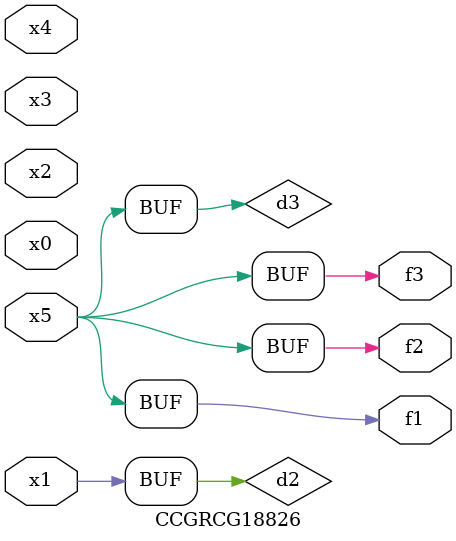
<source format=v>
module CCGRCG18826(
	input x0, x1, x2, x3, x4, x5,
	output f1, f2, f3
);

	wire d1, d2, d3;

	not (d1, x5);
	or (d2, x1);
	xnor (d3, d1);
	assign f1 = d3;
	assign f2 = d3;
	assign f3 = d3;
endmodule

</source>
